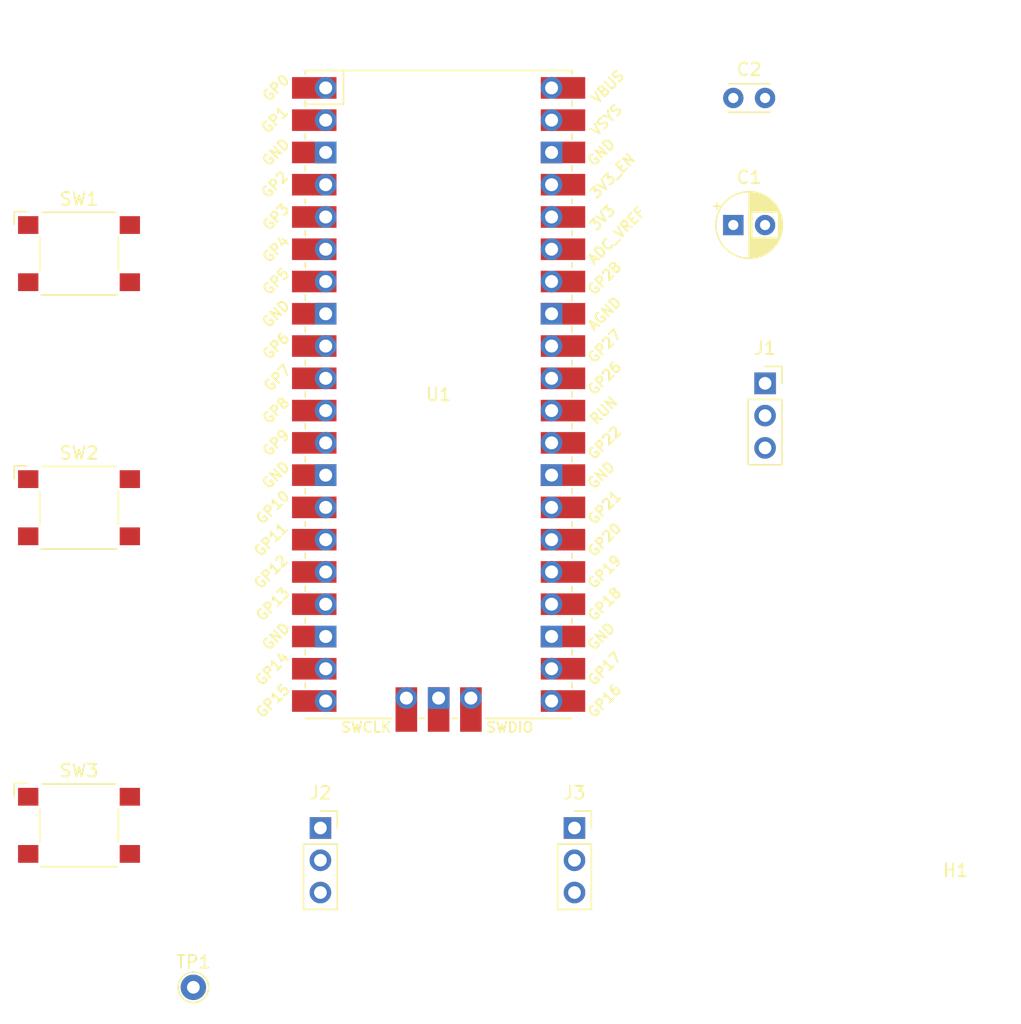
<source format=kicad_pcb>
(kicad_pcb (version 20221018) (generator pcbnew)
  (layers (0 "F.Cu" signal) (31 "B.Cu" signal) (34 "B.Paste" user) (35 "F.Paste" user) (36 "B.SilkS" user "B.Silkscreen") (37 "F.SilkS" user "F.Silkscreen") (38 "B.Mask" user) (39 "F.Mask" user) (44 "Edge.Cuts" user))
  (net 0 "")
  (net 1 "VCC")
  (net 2 "GND")
  (net 3 "Net-(J1-Pin_2)")
  (net 4 "Net-(J1-Pin_3)")
  (net 5 "Net-(J2-Pin_3)")
  (net 6 "Net-(J3-Pin_3)")
  (net 7 "Net-(U1-GPIO2)")
  (net 8 "Net-(U1-GPIO3)")
  (net 9 "Net-(U1-GPIO4)")
  (footprint "MountingHole:MountingHole_3.2mm_M3" (layer "F.Cu") (at 110 120)
    (fp_text reference "H1" (at 0 -4.2) (layer "F.SilkS"))
    (fp_text value "MountingHole")
    (pad "" np_thru_hole circle (at 0 0) (size 3.2 3.2) (drill 3.2) (layers "*.Cu" "*.Mask"))
  )
  (footprint "Capacitor_THT:CP_Radial_D5.0mm_P2.50mm" (layer "F.Cu") (at 92.5 65)
    (fp_text reference "C1" (at 1.25 -3.75) (layer "F.SilkS"))
    (fp_text value "220uF")
    (fp_line (start -1.554775 -1.475) (end -1.054775 -1.475) (stroke (width 0.12)) (layer "F.SilkS"))
    (fp_line (start -1.304775 -1.725) (end -1.304775 -1.225) (stroke (width 0.12)) (layer "F.SilkS"))
    (fp_line (start 1.25 -2.58) (end 1.25 2.58) (stroke (width 0.12)) (layer "F.SilkS"))
    (fp_line (start 1.29 -2.58) (end 1.29 2.58) (stroke (width 0.12)) (layer "F.SilkS"))
    (fp_line (start 1.33 -2.579) (end 1.33 2.579) (stroke (width 0.12)) (layer "F.SilkS"))
    (fp_line (start 1.37 -2.578) (end 1.37 2.578) (stroke (width 0.12)) (layer "F.SilkS"))
    (fp_line (start 1.41 -2.576) (end 1.41 2.576) (stroke (width 0.12)) (layer "F.SilkS"))
    (fp_line (start 1.45 -2.573) (end 1.45 2.573) (stroke (width 0.12)) (layer "F.SilkS"))
    (fp_line (start 1.49 -2.569) (end 1.49 -1.04) (stroke (width 0.12)) (layer "F.SilkS"))
    (fp_line (start 1.49 1.04) (end 1.49 2.569) (stroke (width 0.12)) (layer "F.SilkS"))
    (fp_line (start 1.53 -2.565) (end 1.53 -1.04) (stroke (width 0.12)) (layer "F.SilkS"))
    (fp_line (start 1.53 1.04) (end 1.53 2.565) (stroke (width 0.12)) (layer "F.SilkS"))
    (fp_line (start 1.57 -2.561) (end 1.57 -1.04) (stroke (width 0.12)) (layer "F.SilkS"))
    (fp_line (start 1.57 1.04) (end 1.57 2.561) (stroke (width 0.12)) (layer "F.SilkS"))
    (fp_line (start 1.61 -2.556) (end 1.61 -1.04) (stroke (width 0.12)) (layer "F.SilkS"))
    (fp_line (start 1.61 1.04) (end 1.61 2.556) (stroke (width 0.12)) (layer "F.SilkS"))
    (fp_line (start 1.65 -2.55) (end 1.65 -1.04) (stroke (width 0.12)) (layer "F.SilkS"))
    (fp_line (start 1.65 1.04) (end 1.65 2.55) (stroke (width 0.12)) (layer "F.SilkS"))
    (fp_line (start 1.69 -2.543) (end 1.69 -1.04) (stroke (width 0.12)) (layer "F.SilkS"))
    (fp_line (start 1.69 1.04) (end 1.69 2.543) (stroke (width 0.12)) (layer "F.SilkS"))
    (fp_line (start 1.73 -2.536) (end 1.73 -1.04) (stroke (width 0.12)) (layer "F.SilkS"))
    (fp_line (start 1.73 1.04) (end 1.73 2.536) (stroke (width 0.12)) (layer "F.SilkS"))
    (fp_line (start 1.77 -2.528) (end 1.77 -1.04) (stroke (width 0.12)) (layer "F.SilkS"))
    (fp_line (start 1.77 1.04) (end 1.77 2.528) (stroke (width 0.12)) (layer "F.SilkS"))
    (fp_line (start 1.81 -2.52) (end 1.81 -1.04) (stroke (width 0.12)) (layer "F.SilkS"))
    (fp_line (start 1.81 1.04) (end 1.81 2.52) (stroke (width 0.12)) (layer "F.SilkS"))
    (fp_line (start 1.85 -2.511) (end 1.85 -1.04) (stroke (width 0.12)) (layer "F.SilkS"))
    (fp_line (start 1.85 1.04) (end 1.85 2.511) (stroke (width 0.12)) (layer "F.SilkS"))
    (fp_line (start 1.89 -2.501) (end 1.89 -1.04) (stroke (width 0.12)) (layer "F.SilkS"))
    (fp_line (start 1.89 1.04) (end 1.89 2.501) (stroke (width 0.12)) (layer "F.SilkS"))
    (fp_line (start 1.93 -2.491) (end 1.93 -1.04) (stroke (width 0.12)) (layer "F.SilkS"))
    (fp_line (start 1.93 1.04) (end 1.93 2.491) (stroke (width 0.12)) (layer "F.SilkS"))
    (fp_line (start 1.971 -2.48) (end 1.971 -1.04) (stroke (width 0.12)) (layer "F.SilkS"))
    (fp_line (start 1.971 1.04) (end 1.971 2.48) (stroke (width 0.12)) (layer "F.SilkS"))
    (fp_line (start 2.011 -2.468) (end 2.011 -1.04) (stroke (width 0.12)) (layer "F.SilkS"))
    (fp_line (start 2.011 1.04) (end 2.011 2.468) (stroke (width 0.12)) (layer "F.SilkS"))
    (fp_line (start 2.051 -2.455) (end 2.051 -1.04) (stroke (width 0.12)) (layer "F.SilkS"))
    (fp_line (start 2.051 1.04) (end 2.051 2.455) (stroke (width 0.12)) (layer "F.SilkS"))
    (fp_line (start 2.091 -2.442) (end 2.091 -1.04) (stroke (width 0.12)) (layer "F.SilkS"))
    (fp_line (start 2.091 1.04) (end 2.091 2.442) (stroke (width 0.12)) (layer "F.SilkS"))
    (fp_line (start 2.131 -2.428) (end 2.131 -1.04) (stroke (width 0.12)) (layer "F.SilkS"))
    (fp_line (start 2.131 1.04) (end 2.131 2.428) (stroke (width 0.12)) (layer "F.SilkS"))
    (fp_line (start 2.171 -2.414) (end 2.171 -1.04) (stroke (width 0.12)) (layer "F.SilkS"))
    (fp_line (start 2.171 1.04) (end 2.171 2.414) (stroke (width 0.12)) (layer "F.SilkS"))
    (fp_line (start 2.211 -2.398) (end 2.211 -1.04) (stroke (width 0.12)) (layer "F.SilkS"))
    (fp_line (start 2.211 1.04) (end 2.211 2.398) (stroke (width 0.12)) (layer "F.SilkS"))
    (fp_line (start 2.251 -2.382) (end 2.251 -1.04) (stroke (width 0.12)) (layer "F.SilkS"))
    (fp_line (start 2.251 1.04) (end 2.251 2.382) (stroke (width 0.12)) (layer "F.SilkS"))
    (fp_line (start 2.291 -2.365) (end 2.291 -1.04) (stroke (width 0.12)) (layer "F.SilkS"))
    (fp_line (start 2.291 1.04) (end 2.291 2.365) (stroke (width 0.12)) (layer "F.SilkS"))
    (fp_line (start 2.331 -2.348) (end 2.331 -1.04) (stroke (width 0.12)) (layer "F.SilkS"))
    (fp_line (start 2.331 1.04) (end 2.331 2.348) (stroke (width 0.12)) (layer "F.SilkS"))
    (fp_line (start 2.371 -2.329) (end 2.371 -1.04) (stroke (width 0.12)) (layer "F.SilkS"))
    (fp_line (start 2.371 1.04) (end 2.371 2.329) (stroke (width 0.12)) (layer "F.SilkS"))
    (fp_line (start 2.411 -2.31) (end 2.411 -1.04) (stroke (width 0.12)) (layer "F.SilkS"))
    (fp_line (start 2.411 1.04) (end 2.411 2.31) (stroke (width 0.12)) (layer "F.SilkS"))
    (fp_line (start 2.451 -2.29) (end 2.451 -1.04) (stroke (width 0.12)) (layer "F.SilkS"))
    (fp_line (start 2.451 1.04) (end 2.451 2.29) (stroke (width 0.12)) (layer "F.SilkS"))
    (fp_line (start 2.491 -2.268) (end 2.491 -1.04) (stroke (width 0.12)) (layer "F.SilkS"))
    (fp_line (start 2.491 1.04) (end 2.491 2.268) (stroke (width 0.12)) (layer "F.SilkS"))
    (fp_line (start 2.531 -2.247) (end 2.531 -1.04) (stroke (width 0.12)) (layer "F.SilkS"))
    (fp_line (start 2.531 1.04) (end 2.531 2.247) (stroke (width 0.12)) (layer "F.SilkS"))
    (fp_line (start 2.571 -2.224) (end 2.571 -1.04) (stroke (width 0.12)) (layer "F.SilkS"))
    (fp_line (start 2.571 1.04) (end 2.571 2.224) (stroke (width 0.12)) (layer "F.SilkS"))
    (fp_line (start 2.611 -2.2) (end 2.611 -1.04) (stroke (width 0.12)) (layer "F.SilkS"))
    (fp_line (start 2.611 1.04) (end 2.611 2.2) (stroke (width 0.12)) (layer "F.SilkS"))
    (fp_line (start 2.651 -2.175) (end 2.651 -1.04) (stroke (width 0.12)) (layer "F.SilkS"))
    (fp_line (start 2.651 1.04) (end 2.651 2.175) (stroke (width 0.12)) (layer "F.SilkS"))
    (fp_line (start 2.691 -2.149) (end 2.691 -1.04) (stroke (width 0.12)) (layer "F.SilkS"))
    (fp_line (start 2.691 1.04) (end 2.691 2.149) (stroke (width 0.12)) (layer "F.SilkS"))
    (fp_line (start 2.731 -2.122) (end 2.731 -1.04) (stroke (width 0.12)) (layer "F.SilkS"))
    (fp_line (start 2.731 1.04) (end 2.731 2.122) (stroke (width 0.12)) (layer "F.SilkS"))
    (fp_line (start 2.771 -2.095) (end 2.771 -1.04) (stroke (width 0.12)) (layer "F.SilkS"))
    (fp_line (start 2.771 1.04) (end 2.771 2.095) (stroke (width 0.12)) (layer "F.SilkS"))
    (fp_line (start 2.811 -2.065) (end 2.811 -1.04) (stroke (width 0.12)) (layer "F.SilkS"))
    (fp_line (start 2.811 1.04) (end 2.811 2.065) (stroke (width 0.12)) (layer "F.SilkS"))
    (fp_line (start 2.851 -2.035) (end 2.851 -1.04) (stroke (width 0.12)) (layer "F.SilkS"))
    (fp_line (start 2.851 1.04) (end 2.851 2.035) (stroke (width 0.12)) (layer "F.SilkS"))
    (fp_line (start 2.891 -2.004) (end 2.891 -1.04) (stroke (width 0.12)) (layer "F.SilkS"))
    (fp_line (start 2.891 1.04) (end 2.891 2.004) (stroke (width 0.12)) (layer "F.SilkS"))
    (fp_line (start 2.931 -1.971) (end 2.931 -1.04) (stroke (width 0.12)) (layer "F.SilkS"))
    (fp_line (start 2.931 1.04) (end 2.931 1.971) (stroke (width 0.12)) (layer "F.SilkS"))
    (fp_line (start 2.971 -1.937) (end 2.971 -1.04) (stroke (width 0.12)) (layer "F.SilkS"))
    (fp_line (start 2.971 1.04) (end 2.971 1.937) (stroke (width 0.12)) (layer "F.SilkS"))
    (fp_line (start 3.011 -1.901) (end 3.011 -1.04) (stroke (width 0.12)) (layer "F.SilkS"))
    (fp_line (start 3.011 1.04) (end 3.011 1.901) (stroke (width 0.12)) (layer "F.SilkS"))
    (fp_line (start 3.051 -1.864) (end 3.051 -1.04) (stroke (width 0.12)) (layer "F.SilkS"))
    (fp_line (start 3.051 1.04) (end 3.051 1.864) (stroke (width 0.12)) (layer "F.SilkS"))
    (fp_line (start 3.091 -1.826) (end 3.091 -1.04) (stroke (width 0.12)) (layer "F.SilkS"))
    (fp_line (start 3.091 1.04) (end 3.091 1.826) (stroke (width 0.12)) (layer "F.SilkS"))
    (fp_line (start 3.131 -1.785) (end 3.131 -1.04) (stroke (width 0.12)) (layer "F.SilkS"))
    (fp_line (start 3.131 1.04) (end 3.131 1.785) (stroke (width 0.12)) (layer "F.SilkS"))
    (fp_line (start 3.171 -1.743) (end 3.171 -1.04) (stroke (width 0.12)) (layer "F.SilkS"))
    (fp_line (start 3.171 1.04) (end 3.171 1.743) (stroke (width 0.12)) (layer "F.SilkS"))
    (fp_line (start 3.211 -1.699) (end 3.211 -1.04) (stroke (width 0.12)) (layer "F.SilkS"))
    (fp_line (start 3.211 1.04) (end 3.211 1.699) (stroke (width 0.12)) (layer "F.SilkS"))
    (fp_line (start 3.251 -1.653) (end 3.251 -1.04) (stroke (width 0.12)) (layer "F.SilkS"))
    (fp_line (start 3.251 1.04) (end 3.251 1.653) (stroke (width 0.12)) (layer "F.SilkS"))
    (fp_line (start 3.291 -1.605) (end 3.291 -1.04) (stroke (width 0.12)) (layer "F.SilkS"))
    (fp_line (start 3.291 1.04) (end 3.291 1.605) (stroke (width 0.12)) (layer "F.SilkS"))
    (fp_line (start 3.331 -1.554) (end 3.331 -1.04) (stroke (width 0.12)) (layer "F.SilkS"))
    (fp_line (start 3.331 1.04) (end 3.331 1.554) (stroke (width 0.12)) (layer "F.SilkS"))
    (fp_line (start 3.371 -1.5) (end 3.371 -1.04) (stroke (width 0.12)) (layer "F.SilkS"))
    (fp_line (start 3.371 1.04) (end 3.371 1.5) (stroke (width 0.12)) (layer "F.SilkS"))
    (fp_line (start 3.411 -1.443) (end 3.411 -1.04) (stroke (width 0.12)) (layer "F.SilkS"))
    (fp_line (start 3.411 1.04) (end 3.411 1.443) (stroke (width 0.12)) (layer "F.SilkS"))
    (fp_line (start 3.451 -1.383) (end 3.451 -1.04) (stroke (width 0.12)) (layer "F.SilkS"))
    (fp_line (start 3.451 1.04) (end 3.451 1.383) (stroke (width 0.12)) (layer "F.SilkS"))
    (fp_line (start 3.491 -1.319) (end 3.491 -1.04) (stroke (width 0.12)) (layer "F.SilkS"))
    (fp_line (start 3.491 1.04) (end 3.491 1.319) (stroke (width 0.12)) (layer "F.SilkS"))
    (fp_line (start 3.531 -1.251) (end 3.531 -1.04) (stroke (width 0.12)) (layer "F.SilkS"))
    (fp_line (start 3.531 1.04) (end 3.531 1.251) (stroke (width 0.12)) (layer "F.SilkS"))
    (fp_line (start 3.571 -1.178) (end 3.571 1.178) (stroke (width 0.12)) (layer "F.SilkS"))
    (fp_line (start 3.611 -1.098) (end 3.611 1.098) (stroke (width 0.12)) (layer "F.SilkS"))
    (fp_line (start 3.651 -1.011) (end 3.651 1.011) (stroke (width 0.12)) (layer "F.SilkS"))
    (fp_line (start 3.691 -0.915) (end 3.691 0.915) (stroke (width 0.12)) (layer "F.SilkS"))
    (fp_line (start 3.731 -0.805) (end 3.731 0.805) (stroke (width 0.12)) (layer "F.SilkS"))
    (fp_line (start 3.771 -0.677) (end 3.771 0.677) (stroke (width 0.12)) (layer "F.SilkS"))
    (fp_line (start 3.811 -0.518) (end 3.811 0.518) (stroke (width 0.12)) (layer "F.SilkS"))
    (fp_line (start 3.851 -0.284) (end 3.851 0.284) (stroke (width 0.12)) (layer "F.SilkS"))
    (fp_circle (center 1.25 0) (end 3.87 0) (stroke (width 0.12)) (fill none) (layer "F.SilkS"))
    (pad "1" thru_hole rect (at 0 0) (size 1.6 1.6) (drill 0.8) (layers "*.Cu" "*.Mask") (net 1 "VCC"))
    (pad "2" thru_hole circle (at 2.5 0) (size 1.6 1.6) (drill 0.8) (layers "*.Cu" "*.Mask") (net 2 "GND"))
  )
  (footprint "Button_Switch_SMD:SW_SPST_Omron_B3FS-100xP" (layer "F.Cu") (at 41 112.25)
    (fp_text reference "SW3" (at 0 -4.3) (layer "F.SilkS"))
    (fp_text value "SW_Omron_B3FS")
    (fp_line (start -5.1 -3.3) (end -4.1 -3.3) (stroke (width 0.12)) (layer "F.SilkS"))
    (fp_line (start -5.1 -2.3) (end -5.1 -3.3) (stroke (width 0.12)) (layer "F.SilkS"))
    (fp_line (start -3.1 -1.3) (end -3.1 1.3) (stroke (width 0.12)) (layer "F.SilkS"))
    (fp_line (start 2.9 -3.25) (end -2.9 -3.25) (stroke (width 0.12)) (layer "F.SilkS"))
    (fp_line (start 3 3.25) (end -3 3.25) (stroke (width 0.12)) (layer "F.SilkS"))
    (fp_line (start 3.1 -1.3) (end 3.1 1.3) (stroke (width 0.12)) (layer "F.SilkS"))
    (pad "1" smd rect (at -4 -2.25 180) (size 1.6 1.4) (layers "F.Cu" "F.Paste" "F.Mask") (net 2 "GND"))
    (pad "1" smd rect (at 4 -2.25 180) (size 1.6 1.4) (layers "F.Cu" "F.Paste" "F.Mask") (net 2 "GND"))
    (pad "2" smd rect (at -4 2.25 180) (size 1.6 1.4) (layers "F.Cu" "F.Paste" "F.Mask") (net 9 "Net-(U1-GPIO4)"))
    (pad "2" smd rect (at 4 2.25 180) (size 1.6 1.4) (layers "F.Cu" "F.Paste" "F.Mask") (net 9 "Net-(U1-GPIO4)"))
  )
  (footprint "Button_Switch_SMD:SW_SPST_Omron_B3FS-100xP" (layer "F.Cu") (at 41 87.25)
    (fp_text reference "SW2" (at 0 -4.3) (layer "F.SilkS"))
    (fp_text value "SW_Omron_B3FS")
    (fp_line (start -5.1 -3.3) (end -4.1 -3.3) (stroke (width 0.12)) (layer "F.SilkS"))
    (fp_line (start -5.1 -2.3) (end -5.1 -3.3) (stroke (width 0.12)) (layer "F.SilkS"))
    (fp_line (start -3.1 -1.3) (end -3.1 1.3) (stroke (width 0.12)) (layer "F.SilkS"))
    (fp_line (start 2.9 -3.25) (end -2.9 -3.25) (stroke (width 0.12)) (layer "F.SilkS"))
    (fp_line (start 3 3.25) (end -3 3.25) (stroke (width 0.12)) (layer "F.SilkS"))
    (fp_line (start 3.1 -1.3) (end 3.1 1.3) (stroke (width 0.12)) (layer "F.SilkS"))
    (pad "1" smd rect (at -4 -2.25 180) (size 1.6 1.4) (layers "F.Cu" "F.Paste" "F.Mask") (net 2 "GND"))
    (pad "1" smd rect (at 4 -2.25 180) (size 1.6 1.4) (layers "F.Cu" "F.Paste" "F.Mask") (net 2 "GND"))
    (pad "2" smd rect (at -4 2.25 180) (size 1.6 1.4) (layers "F.Cu" "F.Paste" "F.Mask") (net 8 "Net-(U1-GPIO3)"))
    (pad "2" smd rect (at 4 2.25 180) (size 1.6 1.4) (layers "F.Cu" "F.Paste" "F.Mask") (net 8 "Net-(U1-GPIO3)"))
  )
  (footprint "Button_Switch_SMD:SW_SPST_Omron_B3FS-100xP" (layer "F.Cu") (at 41 67.25)
    (fp_text reference "SW1" (at 0 -4.3) (layer "F.SilkS"))
    (fp_text value "SW_Omron_B3FS")
    (fp_line (start -5.1 -3.3) (end -4.1 -3.3) (stroke (width 0.12)) (layer "F.SilkS"))
    (fp_line (start -5.1 -2.3) (end -5.1 -3.3) (stroke (width 0.12)) (layer "F.SilkS"))
    (fp_line (start -3.1 -1.3) (end -3.1 1.3) (stroke (width 0.12)) (layer "F.SilkS"))
    (fp_line (start 2.9 -3.25) (end -2.9 -3.25) (stroke (width 0.12)) (layer "F.SilkS"))
    (fp_line (start 3 3.25) (end -3 3.25) (stroke (width 0.12)) (layer "F.SilkS"))
    (fp_line (start 3.1 -1.3) (end 3.1 1.3) (stroke (width 0.12)) (layer "F.SilkS"))
    (pad "1" smd rect (at -4 -2.25 180) (size 1.6 1.4) (layers "F.Cu" "F.Paste" "F.Mask") (net 2 "GND"))
    (pad "1" smd rect (at 4 -2.25 180) (size 1.6 1.4) (layers "F.Cu" "F.Paste" "F.Mask") (net 2 "GND"))
    (pad "2" smd rect (at -4 2.25 180) (size 1.6 1.4) (layers "F.Cu" "F.Paste" "F.Mask") (net 7 "Net-(U1-GPIO2)"))
    (pad "2" smd rect (at 4 2.25 180) (size 1.6 1.4) (layers "F.Cu" "F.Paste" "F.Mask") (net 7 "Net-(U1-GPIO2)"))
  )
  (footprint "Capacitor_THT:C_Disc_D3.0mm_W2.0mm_P2.50mm" (layer "F.Cu") (at 92.5 55)
    (fp_text reference "C2" (at 1.25 -2.25) (layer "F.SilkS"))
    (fp_text value "0.1uF")
    (fp_line (start -0.37 -1.12) (end -0.37 -1.055) (stroke (width 0.12)) (layer "F.SilkS"))
    (fp_line (start -0.37 -1.12) (end 2.87 -1.12) (stroke (width 0.12)) (layer "F.SilkS"))
    (fp_line (start -0.37 1.055) (end -0.37 1.12) (stroke (width 0.12)) (layer "F.SilkS"))
    (fp_line (start -0.37 1.12) (end 2.87 1.12) (stroke (width 0.12)) (layer "F.SilkS"))
    (fp_line (start 2.87 -1.12) (end 2.87 -1.055) (stroke (width 0.12)) (layer "F.SilkS"))
    (fp_line (start 2.87 1.055) (end 2.87 1.12) (stroke (width 0.12)) (layer "F.SilkS"))
    (pad "1" thru_hole circle (at 0 0) (size 1.6 1.6) (drill 0.8) (layers "*.Cu" "*.Mask") (net 1 "VCC"))
    (pad "2" thru_hole circle (at 2.5 0) (size 1.6 1.6) (drill 0.8) (layers "*.Cu" "*.Mask") (net 2 "GND"))
  )
  (footprint "Connector_PinSocket_2.54mm:PinSocket_1x03_P2.54mm_Vertical" (layer "F.Cu") (at 95 77.46)
    (fp_text reference "J1" (at 0 -2.77) (layer "F.SilkS"))
    (fp_text value "Conn_01x03_Socket")
    (fp_line (start -1.33 1.27) (end -1.33 6.41) (stroke (width 0.12)) (layer "F.SilkS"))
    (fp_line (start -1.33 1.27) (end 1.33 1.27) (stroke (width 0.12)) (layer "F.SilkS"))
    (fp_line (start -1.33 6.41) (end 1.33 6.41) (stroke (width 0.12)) (layer "F.SilkS"))
    (fp_line (start 0 -1.33) (end 1.33 -1.33) (stroke (width 0.12)) (layer "F.SilkS"))
    (fp_line (start 1.33 -1.33) (end 1.33 0) (stroke (width 0.12)) (layer "F.SilkS"))
    (fp_line (start 1.33 1.27) (end 1.33 6.41) (stroke (width 0.12)) (layer "F.SilkS"))
    (pad "1" thru_hole rect (at 0 0) (size 1.7 1.7) (drill 1) (layers "*.Cu" "*.Mask") (net 2 "GND"))
    (pad "2" thru_hole oval (at 0 2.54) (size 1.7 1.7) (drill 1) (layers "*.Cu" "*.Mask") (net 3 "Net-(J1-Pin_2)"))
    (pad "3" thru_hole oval (at 0 5.08) (size 1.7 1.7) (drill 1) (layers "*.Cu" "*.Mask") (net 4 "Net-(J1-Pin_3)"))
  )
  (footprint "Connector_PinSocket_2.54mm:PinSocket_1x03_P2.54mm_Vertical" (layer "F.Cu") (at 60 112.46)
    (fp_text reference "J2" (at 0 -2.77) (layer "F.SilkS"))
    (fp_text value "Conn_01x03_Socket")
    (fp_line (start -1.33 1.27) (end -1.33 6.41) (stroke (width 0.12)) (layer "F.SilkS"))
    (fp_line (start -1.33 1.27) (end 1.33 1.27) (stroke (width 0.12)) (layer "F.SilkS"))
    (fp_line (start -1.33 6.41) (end 1.33 6.41) (stroke (width 0.12)) (layer "F.SilkS"))
    (fp_line (start 0 -1.33) (end 1.33 -1.33) (stroke (width 0.12)) (layer "F.SilkS"))
    (fp_line (start 1.33 -1.33) (end 1.33 0) (stroke (width 0.12)) (layer "F.SilkS"))
    (fp_line (start 1.33 1.27) (end 1.33 6.41) (stroke (width 0.12)) (layer "F.SilkS"))
    (pad "1" thru_hole rect (at 0 0) (size 1.7 1.7) (drill 1) (layers "*.Cu" "*.Mask") (net 2 "GND"))
    (pad "2" thru_hole oval (at 0 2.54) (size 1.7 1.7) (drill 1) (layers "*.Cu" "*.Mask") (net 1 "VCC"))
    (pad "3" thru_hole oval (at 0 5.08) (size 1.7 1.7) (drill 1) (layers "*.Cu" "*.Mask") (net 5 "Net-(J2-Pin_3)"))
  )
  (footprint "Connector_PinSocket_2.54mm:PinSocket_1x03_P2.54mm_Vertical" (layer "F.Cu") (at 80 112.46)
    (fp_text reference "J3" (at 0 -2.77) (layer "F.SilkS"))
    (fp_text value "Conn_01x03_Socket")
    (fp_line (start -1.33 1.27) (end -1.33 6.41) (stroke (width 0.12)) (layer "F.SilkS"))
    (fp_line (start -1.33 1.27) (end 1.33 1.27) (stroke (width 0.12)) (layer "F.SilkS"))
    (fp_line (start -1.33 6.41) (end 1.33 6.41) (stroke (width 0.12)) (layer "F.SilkS"))
    (fp_line (start 0 -1.33) (end 1.33 -1.33) (stroke (width 0.12)) (layer "F.SilkS"))
    (fp_line (start 1.33 -1.33) (end 1.33 0) (stroke (width 0.12)) (layer "F.SilkS"))
    (fp_line (start 1.33 1.27) (end 1.33 6.41) (stroke (width 0.12)) (layer "F.SilkS"))
    (pad "1" thru_hole rect (at 0 0) (size 1.7 1.7) (drill 1) (layers "*.Cu" "*.Mask") (net 2 "GND"))
    (pad "2" thru_hole oval (at 0 2.54) (size 1.7 1.7) (drill 1) (layers "*.Cu" "*.Mask") (net 1 "VCC"))
    (pad "3" thru_hole oval (at 0 5.08) (size 1.7 1.7) (drill 1) (layers "*.Cu" "*.Mask") (net 6 "Net-(J3-Pin_3)"))
  )
  (footprint "RPi_Pico:RPi_Pico_SMD_TH" (layer "F.Cu") (at 69.305 78.335)
    (fp_text reference "U1" (at 0 0) (layer "F.SilkS"))
    (fp_text value "Pico")
    (fp_text user "GP2" (at -12.9 -16.51 45) (layer "F.SilkS") (effects (font (size 0.8 0.8))))
    (fp_text user "GND" (at -12.8 6.35 45) (layer "F.SilkS") (effects (font (size 0.8 0.8))))
    (fp_text user "GP8" (at -12.8 1.27 45) (layer "F.SilkS") (effects (font (size 0.8 0.8))))
    (fp_text user "VSYS" (at 13.2 -21.59 45) (layer "F.SilkS") (effects (font (size 0.8 0.8))))
    (fp_text user "GP12" (at -13.2 13.97 45) (layer "F.SilkS") (effects (font (size 0.8 0.8))))
    (fp_text user "GND" (at 12.8 -19.05 45) (layer "F.SilkS") (effects (font (size 0.8 0.8))))
    (fp_text user "GP17" (at 13.054 21.59 45) (layer "F.SilkS") (effects (font (size 0.8 0.8))))
    (fp_text user "GP4" (at -12.8 -11.43 45) (layer "F.SilkS") (effects (font (size 0.8 0.8))))
    (fp_text user "GP6" (at -12.8 -3.81 45) (layer "F.SilkS") (effects (font (size 0.8 0.8))))
    (fp_text user "GP3" (at -12.8 -13.97 45) (layer "F.SilkS") (effects (font (size 0.8 0.8))))
    (fp_text user "GND" (at -12.8 19.05 45) (layer "F.SilkS") (effects (font (size 0.8 0.8))))
    (fp_text user "AGND" (at 13.054 -6.35 45) (layer "F.SilkS") (effects (font (size 0.8 0.8))))
    (fp_text user "3V3" (at 12.9 -13.9 45) (layer "F.SilkS") (effects (font (size 0.8 0.8))))
    (fp_text user "GP0" (at -12.8 -24.13 45) (layer "F.SilkS") (effects (font (size 0.8 0.8))))
    (fp_text user "GP13" (at -13.054 16.51 45) (layer "F.SilkS") (effects (font (size 0.8 0.8))))
    (fp_text user "GP26" (at 13.054 -1.27 45) (layer "F.SilkS") (effects (font (size 0.8 0.8))))
    (fp_text user "GND" (at 12.8 19.05 45) (layer "F.SilkS") (effects (font (size 0.8 0.8))))
    (fp_text user "GP19" (at 13.054 13.97 45) (layer "F.SilkS") (effects (font (size 0.8 0.8))))
    (fp_text user "GP22" (at 13.054 3.81 45) (layer "F.SilkS") (effects (font (size 0.8 0.8))))
    (fp_text user "GP5" (at -12.8 -8.89 45) (layer "F.SilkS") (effects (font (size 0.8 0.8))))
    (fp_text user "GP10" (at -13.054 8.89 45) (layer "F.SilkS") (effects (font (size 0.8 0.8))))
    (fp_text user "GND" (at -12.8 -19.05 45) (layer "F.SilkS") (effects (font (size 0.8 0.8))))
    (fp_text user "GP20" (at 13.054 11.43 45) (layer "F.SilkS") (effects (font (size 0.8 0.8))))
    (fp_text user "VBUS" (at 13.3 -24.2 45) (layer "F.SilkS") (effects (font (size 0.8 0.8))))
    (fp_text user "GP14" (at -13.1 21.59 45) (layer "F.SilkS") (effects (font (size 0.8 0.8))))
    (fp_text user "3V3_EN" (at 13.7 -17.2 45) (layer "F.SilkS") (effects (font (size 0.8 0.8))))
    (fp_text user "GP18" (at 13.054 16.51 45) (layer "F.SilkS") (effects (font (size 0.8 0.8))))
    (fp_text user "GND" (at -12.8 -6.35 45) (layer "F.SilkS") (effects (font (size 0.8 0.8))))
    (fp_text user "GP1" (at -12.9 -21.6 45) (layer "F.SilkS") (effects (font (size 0.8 0.8))))
    (fp_text user "SWDIO" (at 5.6 26.2) (layer "F.SilkS") (effects (font (size 0.8 0.8))))
    (fp_text user "GP11" (at -13.2 11.43 45) (layer "F.SilkS") (effects (font (size 0.8 0.8))))
    (fp_text user "GND" (at 12.8 6.35 45) (layer "F.SilkS") (effects (font (size 0.8 0.8))))
    (fp_text user "GP21" (at 13.054 8.9 45) (layer "F.SilkS") (effects (font (size 0.8 0.8))))
    (fp_text user "GP28" (at 13.054 -9.144 45) (layer "F.SilkS") (effects (font (size 0.8 0.8))))
    (fp_text user "SWCLK" (at -5.7 26.2) (layer "F.SilkS") (effects (font (size 0.8 0.8))))
    (fp_text user "ADC_VREF" (at 14 -12.5 45) (layer "F.SilkS") (effects (font (size 0.8 0.8))))
    (fp_text user "GP16" (at 13.054 24.13 45) (layer "F.SilkS") (effects (font (size 0.8 0.8))))
    (fp_text user "RUN" (at 13 1.27 45) (layer "F.SilkS") (effects (font (size 0.8 0.8))))
    (fp_text user "GP9" (at -12.8 3.81 45) (layer "F.SilkS") (effects (font (size 0.8 0.8))))
    (fp_text user "GP27" (at 13.054 -3.8 45) (layer "F.SilkS") (effects (font (size 0.8 0.8))))
    (fp_text user "GP7" (at -12.7 -1.3 45) (layer "F.SilkS") (effects (font (size 0.8 0.8))))
    (fp_text user "GP15" (at -13.054 24.13 45) (layer "F.SilkS") (effects (font (size 0.8 0.8))))
    (fp_line (start -10.5 -25.5) (end -10.5 -25.2) (stroke (width 0.12)) (layer "F.SilkS"))
    (fp_line (start -10.5 -25.5) (end 10.5 -25.5) (stroke (width 0.12)) (layer "F.SilkS"))
    (fp_line (start -10.5 -23.1) (end -10.5 -22.7) (stroke (width 0.12)) (layer "F.SilkS"))
    (fp_line (start -10.5 -22.833) (end -7.493 -22.833) (stroke (width 0.12)) (layer "F.SilkS"))
    (fp_line (start -10.5 -20.5) (end -10.5 -20.1) (stroke (width 0.12)) (layer "F.SilkS"))
    (fp_line (start -10.5 -18) (end -10.5 -17.6) (stroke (width 0.12)) (layer "F.SilkS"))
    (fp_line (start -10.5 -15.4) (end -10.5 -15) (stroke (width 0.12)) (layer "F.SilkS"))
    (fp_line (start -10.5 -12.9) (end -10.5 -12.5) (stroke (width 0.12)) (layer "F.SilkS"))
    (fp_line (start -10.5 -10.4) (end -10.5 -10) (stroke (width 0.12)) (layer "F.SilkS"))
    (fp_line (start -10.5 -7.8) (end -10.5 -7.4) (stroke (width 0.12)) (layer "F.SilkS"))
    (fp_line (start -10.5 -5.3) (end -10.5 -4.9) (stroke (width 0.12)) (layer "F.SilkS"))
    (fp_line (start -10.5 -2.7) (end -10.5 -2.3) (stroke (width 0.12)) (layer "F.SilkS"))
    (fp_line (start -10.5 -0.2) (end -10.5 0.2) (stroke (width 0.12)) (layer "F.SilkS"))
    (fp_line (start -10.5 2.3) (end -10.5 2.7) (stroke (width 0.12)) (layer "F.SilkS"))
    (fp_line (start -10.5 4.9) (end -10.5 5.3) (stroke (width 0.12)) (layer "F.SilkS"))
    (fp_line (start -10.5 7.4) (end -10.5 7.8) (stroke (width 0.12)) (layer "F.SilkS"))
    (fp_line (start -10.5 10) (end -10.5 10.4) (stroke (width 0.12)) (layer "F.SilkS"))
    (fp_line (start -10.5 12.5) (end -10.5 12.9) (stroke (width 0.12)) (layer "F.SilkS"))
    (fp_line (start -10.5 15.1) (end -10.5 15.5) (stroke (width 0.12)) (layer "F.SilkS"))
    (fp_line (start -10.5 17.6) (end -10.5 18) (stroke (width 0.12)) (layer "F.SilkS"))
    (fp_line (start -10.5 20.1) (end -10.5 20.5) (stroke (width 0.12)) (layer "F.SilkS"))
    (fp_line (start -10.5 22.7) (end -10.5 23.1) (stroke (width 0.12)) (layer "F.SilkS"))
    (fp_line (start -7.493 -22.833) (end -7.493 -25.5) (stroke (width 0.12)) (layer "F.SilkS"))
    (fp_line (start -3.7 25.5) (end -10.5 25.5) (stroke (width 0.12)) (layer "F.SilkS"))
    (fp_line (start -1.5 25.5) (end -1.1 25.5) (stroke (width 0.12)) (layer "F.SilkS"))
    (fp_line (start 1.1 25.5) (end 1.5 25.5) (stroke (width 0.12)) (layer "F.SilkS"))
    (fp_line (start 10.5 -25.5) (end 10.5 -25.2) (stroke (width 0.12)) (layer "F.SilkS"))
    (fp_line (start 10.5 -23.1) (end 10.5 -22.7) (stroke (width 0.12)) (layer "F.SilkS"))
    (fp_line (start 10.5 -20.5) (end 10.5 -20.1) (stroke (width 0.12)) (layer "F.SilkS"))
    (fp_line (start 10.5 -18) (end 10.5 -17.6) (stroke (width 0.12)) (layer "F.SilkS"))
    (fp_line (start 10.5 -15.4) (end 10.5 -15) (stroke (width 0.12)) (layer "F.SilkS"))
    (fp_line (start 10.5 -12.9) (end 10.5 -12.5) (stroke (width 0.12)) (layer "F.SilkS"))
    (fp_line (start 10.5 -10.4) (end 10.5 -10) (stroke (width 0.12)) (layer "F.SilkS"))
    (fp_line (start 10.5 -7.8) (end 10.5 -7.4) (stroke (width 0.12)) (layer "F.SilkS"))
    (fp_line (start 10.5 -5.3) (end 10.5 -4.9) (stroke (width 0.12)) (layer "F.SilkS"))
    (fp_line (start 10.5 -2.7) (end 10.5 -2.3) (stroke (width 0.12)) (layer "F.SilkS"))
    (fp_line (start 10.5 -0.2) (end 10.5 0.2) (stroke (width 0.12)) (layer "F.SilkS"))
    (fp_line (start 10.5 2.3) (end 10.5 2.7) (stroke (width 0.12)) (layer "F.SilkS"))
    (fp_line (start 10.5 4.9) (end 10.5 5.3) (stroke (width 0.12)) (layer "F.SilkS"))
    (fp_line (start 10.5 7.4) (end 10.5 7.8) (stroke (width 0.12)) (layer "F.SilkS"))
    (fp_line (start 10.5 10) (end 10.5 10.4) (stroke (width 0.12)) (layer "F.SilkS"))
    (fp_line (start 10.5 12.5) (end 10.5 12.9) (stroke (width 0.12)) (layer "F.SilkS"))
    (fp_line (start 10.5 15.1) (end 10.5 15.5) (stroke (width 0.12)) (layer "F.SilkS"))
    (fp_line (start 10.5 17.6) (end 10.5 18) (stroke (width 0.12)) (layer "F.SilkS"))
    (fp_line (start 10.5 20.1) (end 10.5 20.5) (stroke (width 0.12)) (layer "F.SilkS"))
    (fp_line (start 10.5 22.7) (end 10.5 23.1) (stroke (width 0.12)) (layer "F.SilkS"))
    (fp_line (start 10.5 25.5) (end 3.7 25.5) (stroke (width 0.12)) (layer "F.SilkS"))
    (pad "" np_thru_hole oval (at -2.725 -24) (size 1.8 1.8) (drill 1.8) (layers "*.Cu" "*.Mask"))
    (pad "" np_thru_hole oval (at -2.425 -20.97) (size 1.5 1.5) (drill 1.5) (layers "*.Cu" "*.Mask"))
    (pad "" np_thru_hole oval (at 2.425 -20.97) (size 1.5 1.5) (drill 1.5) (layers "*.Cu" "*.Mask"))
    (pad "" np_thru_hole oval (at 2.725 -24) (size 1.8 1.8) (drill 1.8) (layers "*.Cu" "*.Mask"))
    (pad "1" thru_hole oval (at -8.89 -24.13) (size 1.7 1.7) (drill 1.02) (layers "*.Cu" "*.Mask"))
    (pad "1" smd rect (at -8.89 -24.13) (size 3.5 1.7) (drill (offset -0.9 0)) (layers "F.Cu" "F.Mask"))
    (pad "2" thru_hole oval (at -8.89 -21.59) (size 1.7 1.7) (drill 1.02) (layers "*.Cu" "*.Mask"))
    (pad "2" smd rect (at -8.89 -21.59) (size 3.5 1.7) (drill (offset -0.9 0)) (layers "F.Cu" "F.Mask"))
    (pad "3" thru_hole rect (at -8.89 -19.05) (size 1.7 1.7) (drill 1.02) (layers "*.Cu" "*.Mask") (net 2 "GND"))
    (pad "3" smd rect (at -8.89 -19.05) (size 3.5 1.7) (drill (offset -0.9 0)) (layers "F.Cu" "F.Mask") (net 2 "GND"))
    (pad "4" thru_hole oval (at -8.89 -16.51) (size 1.7 1.7) (drill 1.02) (layers "*.Cu" "*.Mask") (net 7 "Net-(U1-GPIO2)"))
    (pad "4" smd rect (at -8.89 -16.51) (size 3.5 1.7) (drill (offset -0.9 0)) (layers "F.Cu" "F.Mask") (net 7 "Net-(U1-GPIO2)"))
    (pad "5" thru_hole oval (at -8.89 -13.97) (size 1.7 1.7) (drill 1.02) (layers "*.Cu" "*.Mask") (net 8 "Net-(U1-GPIO3)"))
    (pad "5" smd rect (at -8.89 -13.97) (size 3.5 1.7) (drill (offset -0.9 0)) (layers "F.Cu" "F.Mask") (net 8 "Net-(U1-GPIO3)"))
    (pad "6" thru_hole oval (at -8.89 -11.43) (size 1.7 1.7) (drill 1.02) (layers "*.Cu" "*.Mask") (net 9 "Net-(U1-GPIO4)"))
    (pad "6" smd rect (at -8.89 -11.43) (size 3.5 1.7) (drill (offset -0.9 0)) (layers "F.Cu" "F.Mask") (net 9 "Net-(U1-GPIO4)"))
    (pad "7" thru_hole oval (at -8.89 -8.89) (size 1.7 1.7) (drill 1.02) (layers "*.Cu" "*.Mask"))
    (pad "7" smd rect (at -8.89 -8.89) (size 3.5 1.7) (drill (offset -0.9 0)) (layers "F.Cu" "F.Mask"))
    (pad "8" thru_hole rect (at -8.89 -6.35) (size 1.7 1.7) (drill 1.02) (layers "*.Cu" "*.Mask"))
    (pad "8" smd rect (at -8.89 -6.35) (size 3.5 1.7) (drill (offset -0.9 0)) (layers "F.Cu" "F.Mask"))
    (pad "9" thru_hole oval (at -8.89 -3.81) (size 1.7 1.7) (drill 1.02) (layers "*.Cu" "*.Mask"))
    (pad "9" smd rect (at -8.89 -3.81) (size 3.5 1.7) (drill (offset -0.9 0)) (layers "F.Cu" "F.Mask"))
    (pad "10" thru_hole oval (at -8.89 -1.27) (size 1.7 1.7) (drill 1.02) (layers "*.Cu" "*.Mask"))
    (pad "10" smd rect (at -8.89 -1.27) (size 3.5 1.7) (drill (offset -0.9 0)) (layers "F.Cu" "F.Mask"))
    (pad "11" thru_hole oval (at -8.89 1.27) (size 1.7 1.7) (drill 1.02) (layers "*.Cu" "*.Mask") (net 5 "Net-(J2-Pin_3)"))
    (pad "11" smd rect (at -8.89 1.27) (size 3.5 1.7) (drill (offset -0.9 0)) (layers "F.Cu" "F.Mask") (net 5 "Net-(J2-Pin_3)"))
    (pad "12" thru_hole oval (at -8.89 3.81) (size 1.7 1.7) (drill 1.02) (layers "*.Cu" "*.Mask") (net 6 "Net-(J3-Pin_3)"))
    (pad "12" smd rect (at -8.89 3.81) (size 3.5 1.7) (drill (offset -0.9 0)) (layers "F.Cu" "F.Mask") (net 6 "Net-(J3-Pin_3)"))
    (pad "13" thru_hole rect (at -8.89 6.35) (size 1.7 1.7) (drill 1.02) (layers "*.Cu" "*.Mask"))
    (pad "13" smd rect (at -8.89 6.35) (size 3.5 1.7) (drill (offset -0.9 0)) (layers "F.Cu" "F.Mask"))
    (pad "14" thru_hole oval (at -8.89 8.89) (size 1.7 1.7) (drill 1.02) (layers "*.Cu" "*.Mask"))
    (pad "14" smd rect (at -8.89 8.89) (size 3.5 1.7) (drill (offset -0.9 0)) (layers "F.Cu" "F.Mask"))
    (pad "15" thru_hole oval (at -8.89 11.43) (size 1.7 1.7) (drill 1.02) (layers "*.Cu" "*.Mask"))
    (pad "15" smd rect (at -8.89 11.43) (size 3.5 1.7) (drill (offset -0.9 0)) (layers "F.Cu" "F.Mask"))
    (pad "16" thru_hole oval (at -8.89 13.97) (size 1.7 1.7) (drill 1.02) (layers "*.Cu" "*.Mask"))
    (pad "16" smd rect (at -8.89 13.97) (size 3.5 1.7) (drill (offset -0.9 0)) (layers "F.Cu" "F.Mask"))
    (pad "17" thru_hole oval (at -8.89 16.51) (size 1.7 1.7) (drill 1.02) (layers "*.Cu" "*.Mask"))
    (pad "17" smd rect (at -8.89 16.51) (size 3.5 1.7) (drill (offset -0.9 0)) (layers "F.Cu" "F.Mask"))
    (pad "18" thru_hole rect (at -8.89 19.05) (size 1.7 1.7) (drill 1.02) (layers "*.Cu" "*.Mask"))
    (pad "18" smd rect (at -8.89 19.05) (size 3.5 1.7) (drill (offset -0.9 0)) (layers "F.Cu" "F.Mask"))
    (pad "19" thru_hole oval (at -8.89 21.59) (size 1.7 1.7) (drill 1.02) (layers "*.Cu" "*.Mask"))
    (pad "19" smd rect (at -8.89 21.59) (size 3.5 1.7) (drill (offset -0.9 0)) (layers "F.Cu" "F.Mask"))
    (pad "20" thru_hole oval (at -8.89 24.13) (size 1.7 1.7) (drill 1.02) (layers "*.Cu" "*.Mask"))
    (pad "20" smd rect (at -8.89 24.13) (size 3.5 1.7) (drill (offset -0.9 0)) (layers "F.Cu" "F.Mask"))
    (pad "21" thru_hole oval (at 8.89 24.13) (size 1.7 1.7) (drill 1.02) (layers "*.Cu" "*.Mask"))
    (pad "21" smd rect (at 8.89 24.13) (size 3.5 1.7) (drill (offset 0.9 0)) (layers "F.Cu" "F.Mask"))
    (pad "22" thru_hole oval (at 8.89 21.59) (size 1.7 1.7) (drill 1.02) (layers "*.Cu" "*.Mask"))
    (pad "22" smd rect (at 8.89 21.59) (size 3.5 1.7) (drill (offset 0.9 0)) (layers "F.Cu" "F.Mask"))
    (pad "23" thru_hole rect (at 8.89 19.05) (size 1.7 1.7) (drill 1.02) (layers "*.Cu" "*.Mask"))
    (pad "23" smd rect (at 8.89 19.05) (size 3.5 1.7) (drill (offset 0.9 0)) (layers "F.Cu" "F.Mask"))
    (pad "24" thru_hole oval (at 8.89 16.51) (size 1.7 1.7) (drill 1.02) (layers "*.Cu" "*.Mask"))
    (pad "24" smd rect (at 8.89 16.51) (size 3.5 1.7) (drill (offset 0.9 0)) (layers "F.Cu" "F.Mask"))
    (pad "25" thru_hole oval (at 8.89 13.97) (size 1.7 1.7) (drill 1.02) (layers "*.Cu" "*.Mask"))
    (pad "25" smd rect (at 8.89 13.97) (size 3.5 1.7) (drill (offset 0.9 0)) (layers "F.Cu" "F.Mask"))
    (pad "26" thru_hole oval (at 8.89 11.43) (size 1.7 1.7) (drill 1.02) (layers "*.Cu" "*.Mask"))
    (pad "26" smd rect (at 8.89 11.43) (size 3.5 1.7) (drill (offset 0.9 0)) (layers "F.Cu" "F.Mask"))
    (pad "27" thru_hole oval (at 8.89 8.89) (size 1.7 1.7) (drill 1.02) (layers "*.Cu" "*.Mask"))
    (pad "27" smd rect (at 8.89 8.89) (size 3.5 1.7) (drill (offset 0.9 0)) (layers "F.Cu" "F.Mask"))
    (pad "28" thru_hole rect (at 8.89 6.35) (size 1.7 1.7) (drill 1.02) (layers "*.Cu" "*.Mask"))
    (pad "28" smd rect (at 8.89 6.35) (size 3.5 1.7) (drill (offset 0.9 0)) (layers "F.Cu" "F.Mask"))
    (pad "29" thru_hole oval (at 8.89 3.81) (size 1.7 1.7) (drill 1.02) (layers "*.Cu" "*.Mask"))
    (pad "29" smd rect (at 8.89 3.81) (size 3.5 1.7) (drill (offset 0.9 0)) (layers "F.Cu" "F.Mask"))
    (pad "30" thru_hole oval (at 8.89 1.27) (size 1.7 1.7) (drill 1.02) (layers "*.Cu" "*.Mask"))
    (pad "30" smd rect (at 8.89 1.27) (size 3.5 1.7) (drill (offset 0.9 0)) (layers "F.Cu" "F.Mask"))
    (pad "31" thru_hole oval (at 8.89 -1.27) (size 1.7 1.7) (drill 1.02) (layers "*.Cu" "*.Mask") (net 4 "Net-(J1-Pin_3)"))
    (pad "31" smd rect (at 8.89 -1.27) (size 3.5 1.7) (drill (offset 0.9 0)) (layers "F.Cu" "F.Mask") (net 4 "Net-(J1-Pin_3)"))
    (pad "32" thru_hole oval (at 8.89 -3.81) (size 1.7 1.7) (drill 1.02) (layers "*.Cu" "*.Mask"))
    (pad "32" smd rect (at 8.89 -3.81) (size 3.5 1.7) (drill (offset 0.9 0)) (layers "F.Cu" "F.Mask"))
    (pad "33" thru_hole rect (at 8.89 -6.35) (size 1.7 1.7) (drill 1.02) (layers "*.Cu" "*.Mask") (net 2 "GND"))
    (pad "33" smd rect (at 8.89 -6.35) (size 3.5 1.7) (drill (offset 0.9 0)) (layers "F.Cu" "F.Mask") (net 2 "GND"))
    (pad "34" thru_hole oval (at 8.89 -8.89) (size 1.7 1.7) (drill 1.02) (layers "*.Cu" "*.Mask"))
    (pad "34" smd rect (at 8.89 -8.89) (size 3.5 1.7) (drill (offset 0.9 0)) (layers "F.Cu" "F.Mask"))
    (pad "35" thru_hole oval (at 8.89 -11.43) (size 1.7 1.7) (drill 1.02) (layers "*.Cu" "*.Mask"))
    (pad "35" smd rect (at 8.89 -11.43) (size 3.5 1.7) (drill (offset 0.9 0)) (layers "F.Cu" "F.Mask"))
    (pad "36" thru_hole oval (at 8.89 -13.97) (size 1.7 1.7) (drill 1.02) (layers "*.Cu" "*.Mask") (net 3 "Net-(J1-Pin_2)"))
    (pad "36" smd rect (at 8.89 -13.97) (size 3.5 1.7) (drill (offset 0.9 0)) (layers "F.Cu" "F.Mask") (net 3 "Net-(J1-Pin_2)"))
    (pad "37" thru_hole oval (at 8.89 -16.51) (size 1.7 1.7) (drill 1.02) (layers "*.Cu" "*.Mask"))
    (pad "37" smd rect (at 8.89 -16.51) (size 3.5 1.7) (drill (offset 0.9 0)) (layers "F.Cu" "F.Mask"))
    (pad "38" thru_hole rect (at 8.89 -19.05) (size 1.7 1.7) (drill 1.02) (layers "*.Cu" "*.Mask") (net 2 "GND"))
    (pad "38" smd rect (at 8.89 -19.05) (size 3.5 1.7) (drill (offset 0.9 0)) (layers "F.Cu" "F.Mask") (net 2 "GND"))
    (pad "39" thru_hole oval (at 8.89 -21.59) (size 1.7 1.7) (drill 1.02) (layers "*.Cu" "*.Mask"))
    (pad "39" smd rect (at 8.89 -21.59) (size 3.5 1.7) (drill (offset 0.9 0)) (layers "F.Cu" "F.Mask"))
    (pad "40" thru_hole oval (at 8.89 -24.13) (size 1.7 1.7) (drill 1.02) (layers "*.Cu" "*.Mask") (net 1 "VCC"))
    (pad "40" smd rect (at 8.89 -24.13) (size 3.5 1.7) (drill (offset 0.9 0)) (layers "F.Cu" "F.Mask") (net 1 "VCC"))
    (pad "41" thru_hole oval (at -2.54 23.9) (size 1.7 1.7) (drill 1.02) (layers "*.Cu" "*.Mask"))
    (pad "41" smd rect (at -2.54 23.9 90) (size 3.5 1.7) (drill (offset -0.9 0)) (layers "F.Cu" "F.Mask"))
    (pad "42" thru_hole rect (at 0 23.9) (size 1.7 1.7) (drill 1.02) (layers "*.Cu" "*.Mask"))
    (pad "42" smd rect (at 0 23.9 90) (size 3.5 1.7) (drill (offset -0.9 0)) (layers "F.Cu" "F.Mask"))
    (pad "43" thru_hole oval (at 2.54 23.9) (size 1.7 1.7) (drill 1.02) (layers "*.Cu" "*.Mask"))
    (pad "43" smd rect (at 2.54 23.9 90) (size 3.5 1.7) (drill (offset -0.9 0)) (layers "F.Cu" "F.Mask"))
  )
  (footprint "TestPoint:TestPoint_THTPad_D2.0mm_Drill1.0mm" (layer "F.Cu") (at 50 125)
    (fp_text reference "TP1" (at 0 -1.998) (layer "F.SilkS"))
    (fp_text value "TestPoint")
    (fp_circle (center 0 0) (end 0 1.2) (stroke (width 0.12)) (fill none) (layer "F.SilkS"))
    (pad "1" thru_hole circle (at 0 0) (size 2 2) (drill 1) (layers "*.Cu" "*.Mask") (net 5 "Net-(J2-Pin_3)"))
  )
)
</source>
